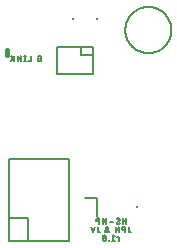
<source format=gbo>
G75*
%MOIN*%
%OFA0B0*%
%FSLAX25Y25*%
%IPPOS*%
%LPD*%
%AMOC8*
5,1,8,0,0,1.08239X$1,22.5*
%
%ADD10C,0.00787*%
%ADD11C,0.00500*%
%ADD12C,0.01575*%
%ADD13C,0.00787*%
D10*
X0194278Y0118894D02*
X0194280Y0119083D01*
X0194287Y0119271D01*
X0194299Y0119459D01*
X0194315Y0119647D01*
X0194336Y0119835D01*
X0194361Y0120022D01*
X0194391Y0120208D01*
X0194426Y0120394D01*
X0194465Y0120578D01*
X0194508Y0120762D01*
X0194556Y0120944D01*
X0194609Y0121125D01*
X0194666Y0121305D01*
X0194727Y0121484D01*
X0194793Y0121661D01*
X0194863Y0121836D01*
X0194937Y0122009D01*
X0195016Y0122181D01*
X0195099Y0122350D01*
X0195186Y0122518D01*
X0195277Y0122683D01*
X0195372Y0122846D01*
X0195471Y0123007D01*
X0195573Y0123165D01*
X0195680Y0123320D01*
X0195791Y0123473D01*
X0195905Y0123623D01*
X0196023Y0123771D01*
X0196144Y0123915D01*
X0196269Y0124056D01*
X0196398Y0124194D01*
X0196529Y0124330D01*
X0196665Y0124461D01*
X0196803Y0124590D01*
X0196944Y0124715D01*
X0197088Y0124836D01*
X0197236Y0124954D01*
X0197386Y0125068D01*
X0197539Y0125179D01*
X0197694Y0125286D01*
X0197852Y0125388D01*
X0198013Y0125487D01*
X0198176Y0125582D01*
X0198341Y0125673D01*
X0198509Y0125760D01*
X0198678Y0125843D01*
X0198850Y0125922D01*
X0199023Y0125996D01*
X0199198Y0126066D01*
X0199375Y0126132D01*
X0199554Y0126193D01*
X0199734Y0126250D01*
X0199915Y0126303D01*
X0200097Y0126351D01*
X0200281Y0126394D01*
X0200465Y0126433D01*
X0200651Y0126468D01*
X0200837Y0126498D01*
X0201024Y0126523D01*
X0201212Y0126544D01*
X0201400Y0126560D01*
X0201588Y0126572D01*
X0201776Y0126579D01*
X0201965Y0126581D01*
X0202154Y0126579D01*
X0202342Y0126572D01*
X0202530Y0126560D01*
X0202718Y0126544D01*
X0202906Y0126523D01*
X0203093Y0126498D01*
X0203279Y0126468D01*
X0203465Y0126433D01*
X0203649Y0126394D01*
X0203833Y0126351D01*
X0204015Y0126303D01*
X0204196Y0126250D01*
X0204376Y0126193D01*
X0204555Y0126132D01*
X0204732Y0126066D01*
X0204907Y0125996D01*
X0205080Y0125922D01*
X0205252Y0125843D01*
X0205421Y0125760D01*
X0205589Y0125673D01*
X0205754Y0125582D01*
X0205917Y0125487D01*
X0206078Y0125388D01*
X0206236Y0125286D01*
X0206391Y0125179D01*
X0206544Y0125068D01*
X0206694Y0124954D01*
X0206842Y0124836D01*
X0206986Y0124715D01*
X0207127Y0124590D01*
X0207265Y0124461D01*
X0207401Y0124330D01*
X0207532Y0124194D01*
X0207661Y0124056D01*
X0207786Y0123915D01*
X0207907Y0123771D01*
X0208025Y0123623D01*
X0208139Y0123473D01*
X0208250Y0123320D01*
X0208357Y0123165D01*
X0208459Y0123007D01*
X0208558Y0122846D01*
X0208653Y0122683D01*
X0208744Y0122518D01*
X0208831Y0122350D01*
X0208914Y0122181D01*
X0208993Y0122009D01*
X0209067Y0121836D01*
X0209137Y0121661D01*
X0209203Y0121484D01*
X0209264Y0121305D01*
X0209321Y0121125D01*
X0209374Y0120944D01*
X0209422Y0120762D01*
X0209465Y0120578D01*
X0209504Y0120394D01*
X0209539Y0120208D01*
X0209569Y0120022D01*
X0209594Y0119835D01*
X0209615Y0119647D01*
X0209631Y0119459D01*
X0209643Y0119271D01*
X0209650Y0119083D01*
X0209652Y0118894D01*
X0209650Y0118705D01*
X0209643Y0118517D01*
X0209631Y0118329D01*
X0209615Y0118141D01*
X0209594Y0117953D01*
X0209569Y0117766D01*
X0209539Y0117580D01*
X0209504Y0117394D01*
X0209465Y0117210D01*
X0209422Y0117026D01*
X0209374Y0116844D01*
X0209321Y0116663D01*
X0209264Y0116483D01*
X0209203Y0116304D01*
X0209137Y0116127D01*
X0209067Y0115952D01*
X0208993Y0115779D01*
X0208914Y0115607D01*
X0208831Y0115438D01*
X0208744Y0115270D01*
X0208653Y0115105D01*
X0208558Y0114942D01*
X0208459Y0114781D01*
X0208357Y0114623D01*
X0208250Y0114468D01*
X0208139Y0114315D01*
X0208025Y0114165D01*
X0207907Y0114017D01*
X0207786Y0113873D01*
X0207661Y0113732D01*
X0207532Y0113594D01*
X0207401Y0113458D01*
X0207265Y0113327D01*
X0207127Y0113198D01*
X0206986Y0113073D01*
X0206842Y0112952D01*
X0206694Y0112834D01*
X0206544Y0112720D01*
X0206391Y0112609D01*
X0206236Y0112502D01*
X0206078Y0112400D01*
X0205917Y0112301D01*
X0205754Y0112206D01*
X0205589Y0112115D01*
X0205421Y0112028D01*
X0205252Y0111945D01*
X0205080Y0111866D01*
X0204907Y0111792D01*
X0204732Y0111722D01*
X0204555Y0111656D01*
X0204376Y0111595D01*
X0204196Y0111538D01*
X0204015Y0111485D01*
X0203833Y0111437D01*
X0203649Y0111394D01*
X0203465Y0111355D01*
X0203279Y0111320D01*
X0203093Y0111290D01*
X0202906Y0111265D01*
X0202718Y0111244D01*
X0202530Y0111228D01*
X0202342Y0111216D01*
X0202154Y0111209D01*
X0201965Y0111207D01*
X0201776Y0111209D01*
X0201588Y0111216D01*
X0201400Y0111228D01*
X0201212Y0111244D01*
X0201024Y0111265D01*
X0200837Y0111290D01*
X0200651Y0111320D01*
X0200465Y0111355D01*
X0200281Y0111394D01*
X0200097Y0111437D01*
X0199915Y0111485D01*
X0199734Y0111538D01*
X0199554Y0111595D01*
X0199375Y0111656D01*
X0199198Y0111722D01*
X0199023Y0111792D01*
X0198850Y0111866D01*
X0198678Y0111945D01*
X0198509Y0112028D01*
X0198341Y0112115D01*
X0198176Y0112206D01*
X0198013Y0112301D01*
X0197852Y0112400D01*
X0197694Y0112502D01*
X0197539Y0112609D01*
X0197386Y0112720D01*
X0197236Y0112834D01*
X0197088Y0112952D01*
X0196944Y0113073D01*
X0196803Y0113198D01*
X0196665Y0113327D01*
X0196529Y0113458D01*
X0196398Y0113594D01*
X0196269Y0113732D01*
X0196144Y0113873D01*
X0196023Y0114017D01*
X0195905Y0114165D01*
X0195791Y0114315D01*
X0195680Y0114468D01*
X0195573Y0114623D01*
X0195471Y0114781D01*
X0195372Y0114942D01*
X0195277Y0115105D01*
X0195186Y0115270D01*
X0195099Y0115438D01*
X0195016Y0115607D01*
X0194937Y0115779D01*
X0194863Y0115952D01*
X0194793Y0116127D01*
X0194727Y0116304D01*
X0194666Y0116483D01*
X0194609Y0116663D01*
X0194556Y0116844D01*
X0194508Y0117026D01*
X0194465Y0117210D01*
X0194426Y0117394D01*
X0194391Y0117580D01*
X0194361Y0117766D01*
X0194336Y0117953D01*
X0194315Y0118141D01*
X0194299Y0118329D01*
X0194287Y0118517D01*
X0194280Y0118705D01*
X0194278Y0118894D01*
D11*
X0155508Y0056295D02*
X0155508Y0048421D01*
X0161807Y0048421D01*
X0175587Y0048421D01*
X0175587Y0075980D01*
X0155508Y0075980D01*
X0155508Y0056295D01*
X0161807Y0056295D01*
X0161807Y0048421D01*
X0182973Y0053329D02*
X0183593Y0051467D01*
X0184214Y0053329D01*
X0185257Y0053329D02*
X0185257Y0051880D01*
X0185259Y0051842D01*
X0185264Y0051804D01*
X0185273Y0051767D01*
X0185285Y0051730D01*
X0185300Y0051695D01*
X0185319Y0051662D01*
X0185341Y0051631D01*
X0185365Y0051601D01*
X0185392Y0051574D01*
X0185422Y0051550D01*
X0185453Y0051528D01*
X0185486Y0051509D01*
X0185521Y0051494D01*
X0185558Y0051482D01*
X0185595Y0051473D01*
X0185633Y0051468D01*
X0185671Y0051466D01*
X0185671Y0051467D02*
X0185878Y0051467D01*
X0186944Y0050128D02*
X0187772Y0049093D01*
X0187358Y0048679D02*
X0187322Y0048681D01*
X0187285Y0048686D01*
X0187250Y0048695D01*
X0187215Y0048707D01*
X0187182Y0048722D01*
X0187151Y0048740D01*
X0187121Y0048761D01*
X0187093Y0048785D01*
X0187068Y0048812D01*
X0187046Y0048841D01*
X0187026Y0048871D01*
X0187009Y0048904D01*
X0186996Y0048938D01*
X0187358Y0048679D02*
X0187394Y0048681D01*
X0187431Y0048686D01*
X0187466Y0048695D01*
X0187501Y0048707D01*
X0187534Y0048722D01*
X0187565Y0048740D01*
X0187595Y0048761D01*
X0187623Y0048785D01*
X0187648Y0048812D01*
X0187670Y0048841D01*
X0187690Y0048871D01*
X0187707Y0048904D01*
X0187720Y0048938D01*
X0186841Y0049610D02*
X0186843Y0049687D01*
X0186849Y0049764D01*
X0186859Y0049841D01*
X0186872Y0049917D01*
X0186889Y0049993D01*
X0186911Y0050067D01*
X0186936Y0050140D01*
X0186964Y0050212D01*
X0186996Y0050283D01*
X0187358Y0050542D02*
X0187394Y0050540D01*
X0187431Y0050535D01*
X0187466Y0050526D01*
X0187501Y0050514D01*
X0187534Y0050499D01*
X0187566Y0050481D01*
X0187595Y0050460D01*
X0187623Y0050436D01*
X0187648Y0050409D01*
X0187670Y0050380D01*
X0187690Y0050350D01*
X0187707Y0050317D01*
X0187720Y0050283D01*
X0187358Y0050542D02*
X0187322Y0050540D01*
X0187285Y0050535D01*
X0187250Y0050526D01*
X0187215Y0050514D01*
X0187182Y0050499D01*
X0187151Y0050481D01*
X0187121Y0050460D01*
X0187093Y0050436D01*
X0187068Y0050409D01*
X0187046Y0050380D01*
X0187026Y0050350D01*
X0187009Y0050317D01*
X0186996Y0050283D01*
X0187721Y0050283D02*
X0187753Y0050212D01*
X0187781Y0050140D01*
X0187806Y0050067D01*
X0187828Y0049993D01*
X0187845Y0049917D01*
X0187858Y0049841D01*
X0187868Y0049764D01*
X0187874Y0049687D01*
X0187876Y0049610D01*
X0186841Y0049610D02*
X0186843Y0049533D01*
X0186849Y0049456D01*
X0186859Y0049379D01*
X0186872Y0049303D01*
X0186889Y0049227D01*
X0186911Y0049153D01*
X0186936Y0049080D01*
X0186964Y0049008D01*
X0186996Y0048937D01*
X0187721Y0048937D02*
X0187753Y0049008D01*
X0187781Y0049080D01*
X0187806Y0049153D01*
X0187828Y0049227D01*
X0187845Y0049303D01*
X0187858Y0049379D01*
X0187868Y0049456D01*
X0187874Y0049533D01*
X0187876Y0049610D01*
X0188795Y0048783D02*
X0188795Y0048679D01*
X0188898Y0048679D01*
X0188898Y0048783D01*
X0188795Y0048783D01*
X0189817Y0048679D02*
X0190852Y0048679D01*
X0190335Y0048679D02*
X0190335Y0050541D01*
X0190852Y0050128D01*
X0191664Y0049921D02*
X0191664Y0049714D01*
X0191664Y0049921D02*
X0192285Y0049921D01*
X0192285Y0048679D01*
X0192189Y0051467D02*
X0192189Y0053329D01*
X0191155Y0051467D01*
X0191155Y0053329D01*
X0191827Y0054254D02*
X0191789Y0054256D01*
X0191751Y0054261D01*
X0191714Y0054270D01*
X0191677Y0054282D01*
X0191642Y0054297D01*
X0191609Y0054316D01*
X0191578Y0054338D01*
X0191548Y0054362D01*
X0191521Y0054389D01*
X0191497Y0054419D01*
X0191475Y0054450D01*
X0191456Y0054483D01*
X0191441Y0054518D01*
X0191429Y0054555D01*
X0191420Y0054592D01*
X0191415Y0054630D01*
X0191413Y0054668D01*
X0191620Y0055030D02*
X0192189Y0055340D01*
X0191982Y0056116D02*
X0191932Y0056114D01*
X0191882Y0056110D01*
X0191833Y0056102D01*
X0191784Y0056090D01*
X0191737Y0056076D01*
X0191690Y0056059D01*
X0191644Y0056039D01*
X0191600Y0056015D01*
X0191557Y0055989D01*
X0191516Y0055961D01*
X0192189Y0055340D02*
X0192222Y0055362D01*
X0192253Y0055387D01*
X0192282Y0055414D01*
X0192308Y0055444D01*
X0192330Y0055477D01*
X0192350Y0055511D01*
X0192366Y0055547D01*
X0192379Y0055585D01*
X0192389Y0055623D01*
X0192394Y0055662D01*
X0192396Y0055702D01*
X0192394Y0055740D01*
X0192389Y0055778D01*
X0192380Y0055815D01*
X0192368Y0055852D01*
X0192353Y0055887D01*
X0192334Y0055920D01*
X0192312Y0055951D01*
X0192288Y0055981D01*
X0192261Y0056008D01*
X0192231Y0056032D01*
X0192200Y0056054D01*
X0192167Y0056073D01*
X0192132Y0056088D01*
X0192095Y0056100D01*
X0192058Y0056109D01*
X0192020Y0056114D01*
X0191982Y0056116D01*
X0192448Y0054513D02*
X0192406Y0054473D01*
X0192361Y0054436D01*
X0192315Y0054403D01*
X0192266Y0054372D01*
X0192215Y0054345D01*
X0192163Y0054321D01*
X0192109Y0054301D01*
X0192054Y0054284D01*
X0191998Y0054271D01*
X0191942Y0054262D01*
X0191884Y0054256D01*
X0191827Y0054254D01*
X0191413Y0054668D02*
X0191415Y0054708D01*
X0191420Y0054747D01*
X0191430Y0054785D01*
X0191443Y0054823D01*
X0191459Y0054859D01*
X0191479Y0054893D01*
X0191501Y0054926D01*
X0191527Y0054956D01*
X0191556Y0054983D01*
X0191587Y0055008D01*
X0191620Y0055030D01*
X0190354Y0054978D02*
X0189113Y0054978D01*
X0187912Y0054254D02*
X0187912Y0056116D01*
X0186878Y0054254D01*
X0186878Y0056116D01*
X0185587Y0056116D02*
X0185587Y0054254D01*
X0185587Y0055082D02*
X0185070Y0055082D01*
X0185026Y0055084D01*
X0184983Y0055089D01*
X0184940Y0055099D01*
X0184898Y0055112D01*
X0184857Y0055128D01*
X0184818Y0055148D01*
X0184780Y0055171D01*
X0184745Y0055197D01*
X0184712Y0055226D01*
X0184682Y0055257D01*
X0184654Y0055292D01*
X0184630Y0055328D01*
X0184608Y0055366D01*
X0184590Y0055406D01*
X0184576Y0055448D01*
X0184565Y0055490D01*
X0184557Y0055533D01*
X0184553Y0055577D01*
X0184553Y0055621D01*
X0184557Y0055665D01*
X0184565Y0055708D01*
X0184576Y0055750D01*
X0184590Y0055792D01*
X0184608Y0055832D01*
X0184630Y0055870D01*
X0184654Y0055906D01*
X0184682Y0055941D01*
X0184712Y0055972D01*
X0184745Y0056001D01*
X0184780Y0056027D01*
X0184818Y0056050D01*
X0184857Y0056070D01*
X0184898Y0056086D01*
X0184940Y0056099D01*
X0184983Y0056109D01*
X0185026Y0056114D01*
X0185070Y0056116D01*
X0185587Y0056116D01*
X0184917Y0056965D02*
X0184917Y0062870D01*
X0180980Y0062870D01*
X0193539Y0056116D02*
X0193539Y0054254D01*
X0193741Y0053329D02*
X0194258Y0053329D01*
X0194258Y0051467D01*
X0194258Y0052294D02*
X0193741Y0052294D01*
X0193697Y0052296D01*
X0193654Y0052301D01*
X0193611Y0052311D01*
X0193569Y0052324D01*
X0193528Y0052340D01*
X0193489Y0052360D01*
X0193451Y0052383D01*
X0193416Y0052409D01*
X0193383Y0052438D01*
X0193353Y0052469D01*
X0193325Y0052504D01*
X0193301Y0052540D01*
X0193279Y0052578D01*
X0193261Y0052618D01*
X0193247Y0052660D01*
X0193236Y0052702D01*
X0193228Y0052745D01*
X0193224Y0052789D01*
X0193224Y0052833D01*
X0193228Y0052877D01*
X0193236Y0052920D01*
X0193247Y0052962D01*
X0193261Y0053004D01*
X0193279Y0053044D01*
X0193301Y0053082D01*
X0193325Y0053118D01*
X0193353Y0053153D01*
X0193383Y0053184D01*
X0193416Y0053213D01*
X0193451Y0053239D01*
X0193489Y0053262D01*
X0193528Y0053282D01*
X0193569Y0053298D01*
X0193611Y0053311D01*
X0193654Y0053321D01*
X0193697Y0053326D01*
X0193741Y0053328D01*
X0194574Y0054254D02*
X0194574Y0056116D01*
X0194574Y0055288D02*
X0193539Y0055288D01*
X0195533Y0053329D02*
X0195533Y0051880D01*
X0195532Y0051880D02*
X0195534Y0051842D01*
X0195539Y0051804D01*
X0195548Y0051767D01*
X0195560Y0051730D01*
X0195575Y0051695D01*
X0195594Y0051662D01*
X0195616Y0051631D01*
X0195640Y0051601D01*
X0195667Y0051574D01*
X0195697Y0051550D01*
X0195728Y0051528D01*
X0195761Y0051509D01*
X0195796Y0051494D01*
X0195833Y0051482D01*
X0195870Y0051473D01*
X0195908Y0051468D01*
X0195946Y0051466D01*
X0195946Y0051467D02*
X0196153Y0051467D01*
X0188667Y0051932D02*
X0188046Y0052863D01*
X0188030Y0052893D01*
X0188017Y0052924D01*
X0188007Y0052957D01*
X0188002Y0052991D01*
X0188000Y0053025D01*
X0188002Y0053059D01*
X0188008Y0053093D01*
X0188017Y0053125D01*
X0188031Y0053157D01*
X0188047Y0053187D01*
X0188067Y0053215D01*
X0188090Y0053240D01*
X0188115Y0053263D01*
X0188143Y0053282D01*
X0188173Y0053299D01*
X0188204Y0053312D01*
X0188237Y0053321D01*
X0188271Y0053327D01*
X0188305Y0053329D01*
X0188339Y0053327D01*
X0188373Y0053321D01*
X0188406Y0053312D01*
X0188437Y0053299D01*
X0188467Y0053282D01*
X0188495Y0053263D01*
X0188520Y0053240D01*
X0188543Y0053215D01*
X0188563Y0053187D01*
X0188579Y0053157D01*
X0188593Y0053125D01*
X0188602Y0053093D01*
X0188608Y0053059D01*
X0188610Y0053025D01*
X0188608Y0052991D01*
X0188603Y0052957D01*
X0188593Y0052924D01*
X0188580Y0052893D01*
X0188564Y0052863D01*
X0187684Y0051467D01*
X0188253Y0051518D02*
X0187477Y0052087D01*
X0188409Y0051467D02*
X0188441Y0051469D01*
X0188473Y0051474D01*
X0188505Y0051482D01*
X0188535Y0051494D01*
X0188564Y0051509D01*
X0188591Y0051526D01*
X0188616Y0051547D01*
X0188639Y0051570D01*
X0188660Y0051595D01*
X0188677Y0051622D01*
X0188692Y0051651D01*
X0188704Y0051681D01*
X0188712Y0051713D01*
X0188717Y0051745D01*
X0188719Y0051777D01*
X0188718Y0051805D01*
X0188713Y0051832D01*
X0188706Y0051859D01*
X0188696Y0051885D01*
X0188683Y0051909D01*
X0188667Y0051932D01*
X0188409Y0051466D02*
X0188381Y0051467D01*
X0188354Y0051472D01*
X0188327Y0051479D01*
X0188301Y0051489D01*
X0188277Y0051502D01*
X0188254Y0051518D01*
X0183461Y0104130D02*
X0171650Y0104130D01*
X0171650Y0113185D01*
X0179524Y0113185D01*
X0179524Y0110429D01*
X0183461Y0110429D01*
X0183461Y0113185D01*
X0179524Y0113185D01*
X0183461Y0110429D02*
X0183461Y0104130D01*
X0166156Y0108888D02*
X0166156Y0109923D01*
X0166154Y0109964D01*
X0166148Y0110004D01*
X0166138Y0110043D01*
X0166124Y0110081D01*
X0166107Y0110118D01*
X0166086Y0110153D01*
X0166062Y0110186D01*
X0166035Y0110216D01*
X0166005Y0110243D01*
X0165972Y0110267D01*
X0165937Y0110288D01*
X0165900Y0110305D01*
X0165862Y0110319D01*
X0165823Y0110329D01*
X0165783Y0110335D01*
X0165742Y0110337D01*
X0165122Y0110337D01*
X0165122Y0109509D02*
X0165122Y0108474D01*
X0165742Y0108474D01*
X0165780Y0108476D01*
X0165818Y0108481D01*
X0165855Y0108490D01*
X0165892Y0108502D01*
X0165927Y0108517D01*
X0165960Y0108536D01*
X0165991Y0108558D01*
X0166021Y0108582D01*
X0166048Y0108609D01*
X0166072Y0108639D01*
X0166094Y0108670D01*
X0166113Y0108703D01*
X0166128Y0108738D01*
X0166140Y0108775D01*
X0166149Y0108812D01*
X0166154Y0108850D01*
X0166156Y0108888D01*
X0165432Y0109509D02*
X0165122Y0109509D01*
X0162747Y0110337D02*
X0162747Y0108474D01*
X0161919Y0108474D01*
X0161098Y0108474D02*
X0160684Y0108474D01*
X0160891Y0108474D02*
X0160891Y0110337D01*
X0161098Y0110337D02*
X0160684Y0110337D01*
X0159637Y0110337D02*
X0158602Y0108474D01*
X0158602Y0110337D01*
X0159637Y0110337D02*
X0159637Y0108474D01*
X0157311Y0108474D02*
X0157311Y0110337D01*
X0156898Y0109612D02*
X0156277Y0108474D01*
X0157311Y0109199D02*
X0156277Y0110337D01*
D12*
X0154720Y0110626D02*
X0154720Y0112201D01*
D13*
X0176925Y0122437D03*
X0184799Y0122437D03*
X0198224Y0059996D03*
M02*

</source>
